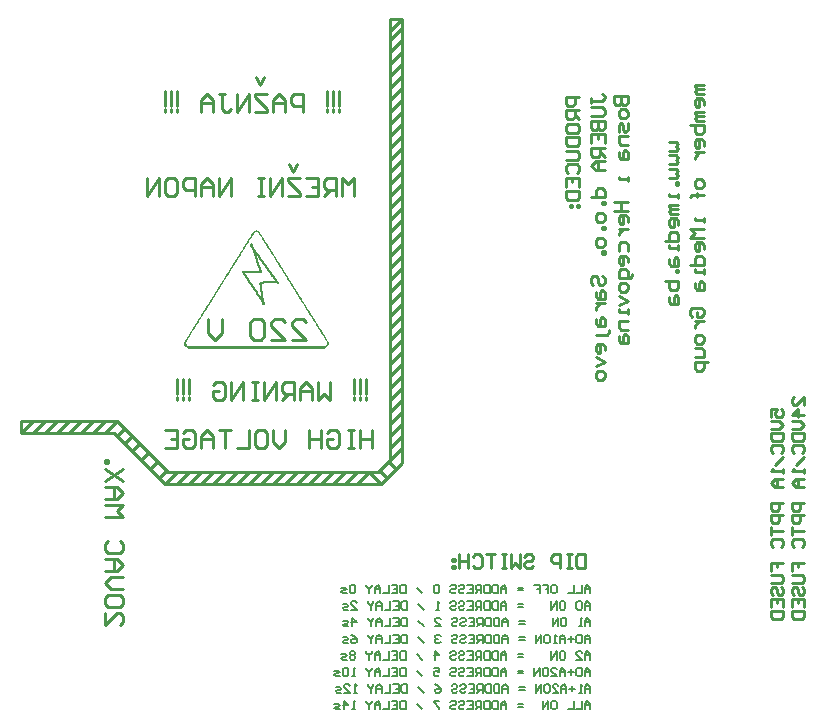
<source format=gbo>
%FSDAX24Y24*%
%MOIN*%
%SFA1B1*%

%IPPOS*%
%ADD14C,0.010000*%
%ADD16C,0.008000*%
%ADD100C,0.005000*%
%LNde-260924-1*%
%LPD*%
G54D100*
X022127Y035301D02*
X022172D01*
Y035286*
X022187*
Y035271*
X022202*
Y035256*
X022217*
Y035241*
X022231*
Y035211*
X022246*
Y035197*
X022261*
Y035167*
X022276*
Y035137*
X022291*
Y035122*
X022306*
Y035092*
X022321*
Y035077*
X022336*
Y035048*
X022351*
Y035033*
X022365*
Y035003*
X022380*
Y034973*
X022395*
Y034958*
X022410*
Y034929*
X022425*
Y034914*
X022440*
Y034884*
X022455*
Y034854*
X022470*
Y034839*
X022485*
Y034810*
X022499*
Y034795*
X022514*
Y034765*
X022529*
Y034735*
X022544*
Y034720*
X022559*
Y034690*
X022574*
Y034676*
X022589*
Y034646*
X022604*
Y034616*
X022618*
Y034601*
X022633*
Y034571*
X022648*
Y034556*
X022663*
Y034527*
X022678*
Y034497*
X022693*
Y034482*
X022708*
Y034452*
X022723*
Y034437*
X022738*
Y034408*
X022752*
Y034378*
X022767*
Y034363*
X022782*
Y034333*
X022797*
Y034318*
X022812*
Y034289*
X022827*
Y034259*
X022842*
Y034244*
X022857*
Y034214*
X022871*
Y034199*
X022886*
Y034169*
X022901*
Y034140*
X022916*
Y034125*
X022931*
Y034095*
X022946*
Y034080*
X022961*
Y034050*
X022976*
Y034021*
X022991*
Y034006*
X023005*
Y033976*
X023020*
Y033961*
X023035*
Y033931*
X023050*
Y033916*
X023065*
Y033887*
X023080*
Y033857*
X023095*
Y033842*
X023110*
Y033812*
X023125*
Y033797*
X023139*
Y033768*
X023154*
Y033738*
X023169*
Y033723*
X023184*
Y033693*
X023199*
Y033678*
X023214*
Y033649*
X023229*
Y033619*
X023244*
Y033604*
X023259*
Y033574*
X023273*
Y033559*
X023288*
Y033529*
X023303*
Y033500*
X023318*
Y033485*
X023333*
Y033455*
X023348*
Y033440*
X023363*
Y033410*
X023378*
Y033381*
X023392*
Y033366*
X023407*
Y033336*
X023422*
Y033321*
X023437*
Y033291*
X023452*
Y033262*
X023467*
Y033247*
X023482*
Y033217*
X023497*
Y033202*
X023512*
Y033172*
X023526*
Y033142*
X023541*
Y033128*
X023556*
Y033098*
X023571*
Y033083*
X023586*
Y033053*
X023601*
Y033023*
X023616*
Y033008*
X023631*
Y032979*
X023645*
Y032964*
X023660*
Y032934*
X023675*
Y032904*
X023690*
Y032889*
X023705*
Y032860*
X023720*
Y032845*
X023735*
Y032815*
X023750*
Y032785*
X023765*
Y032770*
X023779*
Y032741*
X023794*
Y032726*
X023809*
Y032696*
X023824*
Y032666*
X023839*
Y032651*
X023854*
Y032621*
X023869*
Y032607*
X023884*
Y032577*
X023899*
Y032547*
X023913*
Y032532*
X023928*
Y032502*
X023943*
Y032488*
X023958*
Y032458*
X023973*
Y032428*
X023988*
Y032413*
X024003*
Y032383*
X024018*
Y032368*
X024033*
Y032339*
X024047*
Y032324*
X024062*
Y032294*
X024077*
Y032264*
X024092*
Y032249*
X024107*
Y032220*
X024122*
Y032205*
X024137*
Y032175*
X024152*
Y032145*
X024166*
Y032130*
X024181*
Y032101*
X024196*
Y032086*
X024211*
Y032056*
X024226*
Y032026*
X024241*
Y032011*
X024256*
Y031981*
X024271*
Y031967*
X024286*
Y031937*
X024300*
Y031907*
X024315*
Y031892*
X024330*
Y031862*
X024345*
Y031847*
X024360*
Y031818*
X024375*
Y031788*
X024390*
Y031773*
X024405*
Y031743*
X024420*
Y031728*
X024434*
Y031699*
X024449*
Y031669*
X024464*
Y031654*
X024479*
Y031624*
X024494*
Y031555*
X024479*
Y031525*
X024464*
Y031510*
X024449*
Y031496*
X024434*
Y031481*
X024405*
Y031466*
X019825*
Y031481*
X019796*
Y031496*
X019781*
Y031510*
X019766*
Y031540*
X019751*
Y031570*
X019736*
Y031609*
X019751*
Y031639*
X019766*
Y031669*
X019781*
Y031699*
X019796*
Y031714*
X019811*
Y031743*
X019825*
Y031773*
X019840*
Y031788*
X019855*
Y031818*
X019870*
Y031833*
X019885*
Y031862*
X019900*
Y031877*
X019915*
Y031907*
X019930*
Y031937*
X019945*
Y031952*
X019959*
Y031981*
X019974*
Y031996*
X019989*
Y032026*
X020004*
Y032056*
X020019*
Y032071*
X020034*
Y032101*
X020049*
Y032115*
X020064*
Y032145*
X020079*
Y032175*
X020093*
Y032190*
X020108*
Y032220*
X020123*
Y032234*
X020138*
Y032264*
X020153*
Y032294*
X020168*
Y032309*
X020183*
Y032339*
X020198*
Y032354*
X020212*
Y032383*
X020227*
Y032413*
X020242*
Y032428*
X020257*
Y032458*
X020272*
Y032473*
X020287*
Y032502*
X020302*
Y032532*
X020317*
Y032547*
X020332*
Y032577*
X020346*
Y032592*
X020361*
Y032621*
X020376*
Y032651*
X020391*
Y032666*
X020406*
Y032696*
X020421*
Y032711*
X020436*
Y032741*
X020451*
Y032770*
X020466*
Y032785*
X020480*
Y032815*
X020495*
Y032830*
X020510*
Y032860*
X020525*
Y032875*
X020540*
Y032904*
X020555*
Y032934*
X020570*
Y032949*
X020585*
Y032979*
X020599*
Y032994*
X020614*
Y033023*
X020629*
Y033053*
X020644*
Y033068*
X020659*
Y033098*
X020674*
Y033128*
X020689*
Y033142*
X020704*
Y033172*
X020719*
Y033187*
X020733*
Y033217*
X020748*
Y033232*
X020763*
Y033262*
X020778*
Y033291*
X020793*
Y033306*
X020808*
Y033336*
X020823*
Y033351*
X020838*
Y033381*
X020853*
Y033410*
X020867*
Y033425*
X020882*
Y033455*
X020897*
Y033470*
X020912*
Y033500*
X020927*
Y033529*
X020942*
Y033544*
X020957*
Y033574*
X020972*
Y033589*
X020986*
Y033619*
X021001*
Y033649*
X021016*
Y033663*
X021031*
Y033693*
X021046*
Y033708*
X021061*
Y033738*
X021076*
Y033768*
X021091*
Y033782*
X021106*
Y033812*
X021120*
Y033827*
X021135*
Y033857*
X021150*
Y033887*
X021165*
Y033902*
X021180*
Y033931*
X021195*
Y033946*
X021210*
Y033976*
X021225*
Y033991*
X021240*
Y034021*
X021254*
Y034050*
X021269*
Y034065*
X021284*
Y034095*
X021299*
Y034125*
X021314*
Y034140*
X021329*
Y034169*
X021344*
Y034184*
X021359*
Y034214*
X021373*
Y034244*
X021388*
Y034259*
X021403*
Y034289*
X021418*
Y034303*
X021433*
Y034333*
X021448*
Y034348*
X021463*
Y034378*
X021478*
Y034408*
X021493*
Y034423*
X021507*
Y034452*
X021522*
Y034482*
X021537*
Y034497*
X021552*
Y034527*
X021567*
Y034542*
X021582*
Y034571*
X021597*
Y034586*
X021612*
Y034616*
X021627*
Y034646*
X021641*
Y034661*
X021656*
Y034690*
X021671*
Y034705*
X021686*
Y034735*
X021701*
Y034765*
X021716*
Y034780*
X021731*
Y034810*
X021746*
Y034824*
X021760*
Y034854*
X021775*
Y034884*
X021790*
Y034899*
X021805*
Y034929*
X021820*
Y034944*
X021835*
Y034973*
X021850*
Y035003*
X021865*
Y035018*
X021880*
Y035048*
X021894*
Y035063*
X021909*
Y035092*
X021924*
Y035122*
X021939*
Y035137*
X021954*
Y035167*
X021969*
Y035182*
X021984*
Y035211*
X021999*
Y035241*
X022014*
Y035256*
X022028*
Y035271*
X022043*
Y035286*
X022058*
Y035301*
X022103*
Y035316*
X022127*
Y035301*
G54D14*
X022077Y035251D02*
X022122D01*
Y035236*
X022137*
Y035221*
X022152*
Y035206*
X022167*
Y035191*
X022181*
Y035161*
X022196*
Y035147*
X022211*
Y035117*
X022226*
Y035087*
X022241*
Y035072*
X022256*
Y035042*
X022271*
Y035027*
X022286*
Y034998*
X022301*
Y034983*
X022315*
Y034953*
X022330*
Y034923*
X022345*
Y034908*
X022360*
Y034879*
X022375*
Y034864*
X022390*
Y034834*
X022405*
Y034804*
X022420*
Y034789*
X022435*
Y034760*
X022449*
Y034745*
X022464*
Y034715*
X022479*
Y034685*
X022494*
Y034670*
X022509*
Y034640*
X022524*
Y034626*
X022539*
Y034596*
X022554*
Y034566*
X022568*
Y034551*
X022583*
Y034521*
X022598*
Y034506*
X022613*
Y034477*
X022628*
Y034447*
X022643*
Y034432*
X022658*
Y034402*
X022673*
Y034387*
X022688*
Y034358*
X022702*
Y034328*
X022717*
Y034313*
X022732*
Y034283*
X022747*
Y034268*
X022762*
Y034239*
X022777*
Y034209*
X022792*
Y034194*
X022807*
Y034164*
X022821*
Y034149*
X022836*
Y034119*
X022851*
Y034090*
X022866*
Y034075*
X022881*
Y034045*
X022896*
Y034030*
X022911*
Y034000*
X022926*
Y033971*
X022941*
Y033956*
X022955*
Y033926*
X022970*
Y033911*
X022985*
Y033881*
X023000*
Y033866*
X023015*
Y033837*
X023030*
Y033807*
X023045*
Y033792*
X023060*
Y033762*
X023075*
Y033747*
X023089*
Y033718*
X023104*
Y033688*
X023119*
Y033673*
X023134*
Y033643*
X023149*
Y033628*
X023164*
Y033599*
X023179*
Y033569*
X023194*
Y033554*
X023209*
Y033524*
X023223*
Y033509*
X023238*
Y033479*
X023253*
Y033450*
X023268*
Y033435*
X023283*
Y033405*
X023298*
Y033390*
X023313*
Y033360*
X023328*
Y033331*
X023342*
Y033316*
X023357*
Y033286*
X023372*
Y033271*
X023387*
Y033241*
X023402*
Y033212*
X023417*
Y033197*
X023432*
Y033167*
X023447*
Y033152*
X023462*
Y033122*
X023476*
Y033092*
X023491*
Y033078*
X023506*
Y033048*
X023521*
Y033033*
X023536*
Y033003*
X023551*
Y032973*
X023566*
Y032958*
X023581*
Y032929*
X023595*
Y032914*
X023610*
Y032884*
X023625*
Y032854*
X023640*
Y032839*
X023655*
Y032810*
X023670*
Y032795*
X023685*
Y032765*
X023700*
Y032735*
X023715*
Y032720*
X023729*
Y032691*
X023744*
Y032676*
X023759*
Y032646*
X023774*
Y032616*
X023789*
Y032601*
X023804*
Y032571*
X023819*
Y032557*
X023834*
Y032527*
X023849*
Y032497*
X023863*
Y032482*
X023878*
Y032452*
X023893*
Y032438*
X023908*
Y032408*
X023923*
Y032378*
X023938*
Y032363*
X023953*
Y032333*
X023968*
Y032318*
X023983*
Y032289*
X023997*
Y032274*
X024012*
Y032244*
X024027*
Y032214*
X024042*
Y032199*
X024057*
Y032170*
X024072*
Y032155*
X024087*
Y032125*
X024102*
Y032095*
X024116*
Y032080*
X024131*
Y032051*
X024146*
Y032036*
X024161*
Y032006*
X024176*
Y031976*
X024191*
Y031961*
X024206*
Y031931*
X024221*
Y031917*
X024236*
Y031887*
X024250*
Y031857*
X024265*
Y031842*
X024280*
Y031812*
X024295*
Y031797*
X024310*
Y031768*
X024325*
Y031738*
X024340*
Y031723*
X024355*
Y031693*
X024370*
Y031678*
X024384*
Y031649*
X024399*
Y031619*
X024414*
Y031604*
X024429*
Y031574*
X024444*
Y031605*
X024429*
Y031575*
X024414*
Y031560*
X024399*
Y031546*
X024384*
Y031531*
X024355*
Y031516*
X019875*
Y031531*
X019846*
Y031546*
X019831*
Y031560*
X019816*
Y031590*
X019801*
Y031620*
X019786*
Y031559*
X019801*
Y031589*
X019816*
Y031619*
X019831*
Y031649*
X019846*
Y031664*
X019861*
Y031693*
X019875*
Y031723*
X019890*
Y031738*
X019905*
Y031768*
X019920*
Y031783*
X019935*
Y031812*
X019950*
Y031827*
X019965*
Y031857*
X019980*
Y031887*
X019995*
Y031902*
X020009*
Y031931*
X020024*
Y031946*
X020039*
Y031976*
X020054*
Y032006*
X020069*
Y032021*
X020084*
Y032051*
X020099*
Y032065*
X020114*
Y032095*
X020129*
Y032125*
X020143*
Y032140*
X020158*
Y032170*
X020173*
Y032184*
X020188*
Y032214*
X020203*
Y032244*
X020218*
Y032259*
X020233*
Y032289*
X020248*
Y032304*
X020262*
Y032333*
X020277*
Y032363*
X020292*
Y032378*
X020307*
Y032408*
X020322*
Y032423*
X020337*
Y032452*
X020352*
Y032482*
X020367*
Y032497*
X020382*
Y032527*
X020396*
Y032542*
X020411*
Y032571*
X020426*
Y032601*
X020441*
Y032616*
X020456*
Y032646*
X020471*
Y032661*
X020486*
Y032691*
X020501*
Y032720*
X020516*
Y032735*
X020530*
Y032765*
X020545*
Y032780*
X020560*
Y032810*
X020575*
Y032825*
X020590*
Y032854*
X020605*
Y032884*
X020620*
Y032899*
X020635*
Y032929*
X020649*
Y032944*
X020664*
Y032973*
X020679*
Y033003*
X020694*
Y033018*
X020709*
Y033048*
X020724*
Y033078*
X020739*
Y033092*
X020754*
Y033122*
X020769*
Y033137*
X020783*
Y033167*
X020798*
Y033182*
X020813*
Y033212*
X020828*
Y033241*
X020843*
Y033256*
X020858*
Y033286*
X020873*
Y033301*
X020888*
Y033331*
X020903*
Y033360*
X020917*
Y033375*
X020932*
Y033405*
X020947*
Y033420*
X020962*
Y033450*
X020977*
Y033479*
X020992*
Y033494*
X021007*
Y033524*
X021022*
Y033539*
X021036*
Y033569*
X021051*
Y033599*
X021066*
Y033613*
X021081*
Y033643*
X021096*
Y033658*
X021111*
Y033688*
X021126*
Y033718*
X021141*
Y033732*
X021156*
Y033762*
X021170*
Y033777*
X021185*
Y033807*
X021200*
Y033837*
X021215*
Y033852*
X021230*
Y033881*
X021245*
Y033896*
X021260*
Y033926*
X021275*
Y033941*
X021290*
Y033971*
X021304*
Y034000*
X021319*
Y034015*
X021334*
Y034045*
X021349*
Y034075*
X021364*
Y034090*
X021379*
Y034119*
X021394*
Y034134*
X021409*
Y034164*
X021423*
Y034194*
X021438*
Y034209*
X021453*
Y034239*
X021468*
Y034253*
X021483*
Y034283*
X021498*
Y034298*
X021513*
Y034328*
X021528*
Y034358*
X021543*
Y034373*
X021557*
Y034402*
X021572*
Y034432*
X021587*
Y034447*
X021602*
Y034477*
X021617*
Y034492*
X021632*
Y034521*
X021647*
Y034536*
X021662*
Y034566*
X021677*
Y034596*
X021691*
Y034611*
X021706*
Y034640*
X021721*
Y034655*
X021736*
Y034685*
X021751*
Y034715*
X021766*
Y034730*
X021781*
Y034760*
X021796*
Y034774*
X021810*
Y034804*
X021825*
Y034834*
X021840*
Y034849*
X021855*
Y034879*
X021870*
Y034894*
X021885*
Y034923*
X021900*
Y034953*
X021915*
Y034968*
X021930*
Y034998*
X021944*
Y035013*
X021959*
Y035042*
X021974*
Y035072*
X021989*
Y035087*
X022004*
Y035117*
X022019*
Y035132*
X022034*
Y035161*
X022049*
Y035191*
X022064*
Y035206*
X022078*
Y035221*
X022093*
Y035236*
X022108*
Y035251*
X022153*
Y035266*
X022077*
Y035251*
X019800Y031570D02*
X019790D01*
X019840D02*
X024440D01*
X019880Y031670D02*
X024370D01*
X019940Y031770D02*
X024290D01*
X020000Y031870D02*
X024230D01*
X020060Y031970D02*
X024170D01*
X020120Y032070D02*
X024110D01*
X020180Y032170D02*
X024050D01*
X020240Y032270D02*
X023990D01*
X020300Y032370D02*
X023930D01*
X020360Y032470D02*
X023870D01*
X020440Y032570D02*
X023790D01*
X020500Y032670D02*
X023750D01*
X020560Y032770D02*
X023670D01*
X020620Y032870D02*
X023610D01*
X020700Y032970D02*
X023530D01*
X020740Y033070D02*
X023490D01*
X020820Y033170D02*
X023410D01*
X020880Y033270D02*
X023350D01*
X020940Y033370D02*
X023290D01*
X021000Y033470D02*
X023230D01*
X021060Y033570D02*
X023170D01*
X021120Y033670D02*
X023110D01*
X021180Y033770D02*
X023050D01*
X021240Y033870D02*
X022990D01*
X021320Y033970D02*
X022910D01*
X021380Y034070D02*
X022850D01*
X021440Y034170D02*
X022790D01*
X021500Y034270D02*
X022730D01*
X021580Y034370D02*
X022670D01*
X021620Y034470D02*
X022610D01*
X021700Y034570D02*
X022530D01*
X021760Y034670D02*
X022470D01*
X021820Y034770D02*
X022410D01*
X021860Y034870D02*
X022350D01*
X021940Y034970D02*
X022290D01*
X022000Y035070D02*
X022230D01*
X022060Y035170D02*
X022170D01*
G54D100*
X021730Y033870D02*
Y033940D01*
X021780Y033810D02*
Y033940D01*
X021830Y033720D02*
Y033940D01*
X021880Y033650D02*
Y033940D01*
X021930Y033590D02*
Y033940D01*
Y034850D02*
Y034870D01*
X021980Y033500D02*
Y033940D01*
Y034790D02*
D01*
X022030Y033430D02*
Y033940D01*
Y034680D02*
Y034710D01*
X022080Y033370D02*
Y033940D01*
Y034540D02*
Y034620D01*
X022130Y033280D02*
Y033940D01*
Y034350D02*
Y034560D01*
X022180Y033200D02*
Y033940D01*
Y034210D02*
Y034500D01*
X022230Y033140D02*
Y033940D01*
Y034080D02*
Y034410D01*
X022280Y033050D02*
Y033310D01*
Y033620D02*
Y034350D01*
X022330Y032970D02*
Y032960D01*
Y033630D02*
Y034290D01*
X022380Y033630D02*
Y034200D01*
X022430Y033630D02*
Y034140D01*
X022480Y033630D02*
Y034070D01*
X022530Y033630D02*
Y034000D01*
X022580Y033630D02*
Y033940D01*
X022630Y033630D02*
Y033860D01*
X022680Y033630D02*
Y033800D01*
X022730Y033630D02*
Y033730D01*
X022780Y033630D02*
Y033650D01*
X022830Y033610D02*
D01*
%LNde-260924-2*%
%LPC*%
G36*
X022167Y035281D02*
X022078D01*
Y035266*
X022048*
Y035251*
X022033*
Y035222*
X022018*
Y035207*
X022003*
Y035177*
X021989*
Y035162*
X021974*
Y035132*
X021959*
Y035102*
X021944*
Y035088*
X021929*
Y035058*
X021914*
Y035043*
X021899*
Y035013*
X021884*
Y034983*
X021869*
Y034969*
X021855*
Y034939*
X021840*
Y034924*
X021825*
Y034894*
X021810*
Y034864*
X021795*
Y034849*
X021780*
Y034820*
X021765*
Y034805*
X021750*
Y034775*
X021735*
Y034745*
X021721*
Y034730*
X021706*
Y034701*
X021691*
Y034686*
X021676*
Y034656*
X021661*
Y034626*
X021646*
Y034611*
X021631*
Y034581*
X021616*
Y034567*
X021602*
Y034537*
X021587*
Y034507*
X021572*
Y034492*
X021557*
Y034462*
X021542*
Y034448*
X021527*
Y034418*
X021512*
Y034388*
X021497*
Y034373*
X021482*
Y034343*
X021468*
Y034328*
X021453*
Y034299*
X021438*
Y034269*
X021423*
Y034254*
X021408*
Y034224*
X021393*
Y034209*
X021378*
Y034180*
X021363*
Y034165*
X021348*
Y034135*
X021334*
Y034105*
X021319*
Y034090*
X021304*
Y034061*
X021289*
Y034046*
X021274*
Y034016*
X021259*
Y033986*
X021244*
Y033971*
X021229*
Y033941*
X021215*
Y033927*
X021200*
Y033897*
X021185*
Y033867*
X021170*
Y033852*
X021155*
Y033822*
X021140*
Y033807*
X021125*
Y033778*
X021110*
Y033748*
X021095*
Y033733*
X021081*
Y033703*
X021066*
Y033688*
X021051*
Y033659*
X021036*
Y033629*
X021021*
Y033614*
X021006*
Y033584*
X020991*
Y033569*
X020976*
Y033540*
X020961*
Y033510*
X020947*
Y033495*
X020932*
Y033465*
X020917*
Y033450*
X020902*
Y033420*
X020887*
Y033406*
X020872*
Y033376*
X020857*
Y033346*
X020842*
Y033331*
X020828*
Y033301*
X020813*
Y033272*
X020798*
Y033257*
X020783*
Y033227*
X020768*
Y033212*
X020753*
Y033182*
X020738*
Y033153*
X020723*
Y033138*
X020708*
Y033108*
X020694*
Y033093*
X020679*
Y033063*
X020664*
Y033033*
X020649*
Y033019*
X020634*
Y032989*
X020619*
Y032974*
X020604*
Y032944*
X020589*
Y032929*
X020574*
Y032900*
X020560*
Y032870*
X020545*
Y032855*
X020530*
Y032825*
X020515*
Y032795*
X020500*
Y032780*
X020485*
Y032751*
X020470*
Y032736*
X020455*
Y032706*
X020441*
Y032676*
X020426*
Y032661*
X020411*
Y032632*
X020396*
Y032617*
X020381*
Y032587*
X020366*
Y032572*
X020351*
Y032542*
X020336*
Y032513*
X020321*
Y032498*
X020307*
Y032468*
X020292*
Y032453*
X020277*
Y032423*
X020262*
Y032393*
X020247*
Y032379*
X020232*
Y032349*
X020217*
Y032334*
X020202*
Y032304*
X020187*
Y032274*
X020173*
Y032259*
X020158*
Y032230*
X020143*
Y032215*
X020128*
Y032185*
X020113*
Y032155*
X020098*
Y032140*
X020083*
Y032111*
X020068*
Y032096*
X020054*
Y032066*
X020039*
Y032036*
X020024*
Y032021*
X020009*
Y031992*
X019994*
Y031977*
X019979*
Y031947*
X019964*
Y031917*
X019949*
Y031902*
X019934*
Y031872*
X019920*
Y031858*
X019905*
Y031828*
X019890*
Y031798*
X019875*
Y031783*
X019860*
Y031753*
X019845*
Y031739*
X019830*
Y031709*
X019815*
Y031679*
X019800*
Y031664*
X019786*
Y031634*
X019771*
Y031545*
X019786*
Y031515*
X019800*
Y031500*
X019845*
Y031485*
X024400*
Y031500*
X024430*
Y031515*
X024445*
Y031530*
X024459*
Y031575*
X024474*
Y031590*
X024459*
Y031649*
X024445*
Y031664*
X024430*
Y031694*
X024415*
Y031709*
X024400*
Y031739*
X024385*
Y031768*
X024370*
Y031783*
X024355*
Y031813*
X024340*
Y031828*
X024325*
Y031858*
X024311*
Y031887*
X024296*
Y031902*
X024281*
Y031932*
X024266*
Y031947*
X024251*
Y031977*
X024236*
Y031992*
X024221*
Y032021*
X024206*
Y032051*
X024191*
Y032066*
X024177*
Y032096*
X024162*
Y032126*
X024147*
Y032140*
X024132*
Y032170*
X024117*
Y032185*
X024102*
Y032215*
X024087*
Y032245*
X024072*
Y032259*
X024058*
Y032289*
X024043*
Y032304*
X024028*
Y032334*
X024013*
Y032364*
X023998*
Y032379*
X023983*
Y032408*
X023968*
Y032423*
X023953*
Y032453*
X023938*
Y032468*
X023924*
Y032498*
X023909*
Y032527*
X023894*
Y032542*
X023879*
Y032572*
X023864*
Y032587*
X023849*
Y032617*
X023834*
Y032646*
X023819*
Y032661*
X023804*
Y032691*
X023790*
Y032706*
X023775*
Y032736*
X023760*
Y032766*
X023745*
Y032780*
X023730*
Y032810*
X023715*
Y032825*
X023700*
Y032855*
X023685*
Y032885*
X023670*
Y032900*
X023656*
Y032929*
X023641*
Y032944*
X023626*
Y032974*
X023611*
Y033004*
X023596*
Y033019*
X023581*
Y033048*
X023566*
Y033063*
X023551*
Y033093*
X023537*
Y033123*
X023522*
Y033138*
X023507*
Y033167*
X023492*
Y033182*
X023477*
Y033212*
X023462*
Y033242*
X023447*
Y033257*
X023432*
Y033287*
X023417*
Y033301*
X023403*
Y033331*
X023388*
Y033346*
X023373*
Y033376*
X023358*
Y033406*
X023343*
Y033420*
X023328*
Y033450*
X023313*
Y033465*
X023298*
Y033495*
X023284*
Y033525*
X023269*
Y033540*
X023254*
Y033569*
X023239*
Y033599*
X023224*
Y033614*
X023209*
Y033644*
X023194*
Y033659*
X023179*
Y033688*
X023164*
Y033703*
X023150*
Y033733*
X023135*
Y033763*
X023120*
Y033778*
X023105*
Y033807*
X023090*
Y033822*
X023075*
Y033852*
X023060*
Y033882*
X023045*
Y033897*
X023030*
Y033927*
X023016*
Y033941*
X023001*
Y033971*
X022986*
Y034001*
X022971*
Y034016*
X022956*
Y034046*
X022941*
Y034061*
X022926*
Y034090*
X022911*
Y034120*
X022896*
Y034135*
X022882*
Y034165*
X022867*
Y034180*
X022852*
Y034209*
X022837*
Y034239*
X022822*
Y034254*
X022807*
Y034284*
X022792*
Y034299*
X022777*
Y034328*
X022763*
Y034358*
X022748*
Y034373*
X022733*
Y034403*
X022718*
Y034418*
X022703*
Y034448*
X022688*
Y034477*
X022673*
Y034492*
X022658*
Y034522*
X022643*
Y034537*
X022629*
Y034567*
X022614*
Y034596*
X022599*
Y034611*
X022584*
Y034641*
X022569*
Y034656*
X022554*
Y034686*
X022539*
Y034715*
X022524*
Y034730*
X022510*
Y034760*
X022495*
Y034775*
X022480*
Y034805*
X022465*
Y034835*
X022450*
Y034849*
X022435*
Y034879*
X022420*
Y034894*
X022405*
Y034924*
X022390*
Y034939*
X022376*
Y034969*
X022361*
Y034998*
X022346*
Y035013*
X022331*
Y035043*
X022316*
Y035058*
X022301*
Y035088*
X022286*
Y035117*
X022271*
Y035132*
X022256*
Y035162*
X022242*
Y035192*
X022227*
Y035207*
X022212*
Y035236*
X022197*
Y035251*
X022182*
Y035266*
X022167*
Y035281*
G37*
%LNde-260924-3*%
%LPD*%
G54D14*
X019841Y031465D02*
X024379D01*
X025875Y027299D02*
X026275Y026899D01*
X026247Y027327D02*
X026472Y027102D01*
X026547Y027627D02*
X026772Y027402D01*
X018877Y027099D02*
X019102Y027324D01*
X018577Y027399D02*
X018802Y027624D01*
X018277Y027699D02*
X018502Y027924D01*
X017977Y027999D02*
X018202Y028224D01*
X017748Y028273D02*
X017973Y028498D01*
X017473D02*
X017723Y028748D01*
X026573Y041998D02*
X026973Y042398D01*
X026573Y041698D02*
X026973Y042098D01*
X026573Y041298D02*
X026973Y041698D01*
X026573Y040898D02*
X026973Y041298D01*
X026573Y040498D02*
X026973Y040898D01*
X026573Y040098D02*
X026973Y040498D01*
X026573Y039698D02*
X026973Y040098D01*
X026573Y039298D02*
X026973Y039698D01*
X026573Y038898D02*
X026973Y039298D01*
X026573Y038498D02*
X026973Y038898D01*
X026573Y038098D02*
X026973Y038498D01*
X026573Y037698D02*
X026973Y038098D01*
X026573Y037298D02*
X026973Y037698D01*
X026573Y036898D02*
X026973Y037298D01*
X026573Y036498D02*
X026973Y036898D01*
X026573Y036098D02*
X026973Y036498D01*
X026573Y035698D02*
X026973Y036098D01*
X026573Y035298D02*
X026973Y035698D01*
X026573Y034898D02*
X026973Y035298D01*
X026573Y034498D02*
X026973Y034898D01*
X026573Y034098D02*
X026973Y034498D01*
X026573Y033698D02*
X026973Y034098D01*
X026573Y033298D02*
X026973Y033698D01*
X026573Y032898D02*
X026973Y033298D01*
X026573Y032498D02*
X026973Y032898D01*
X026573Y032098D02*
X026973Y032498D01*
X026573Y031698D02*
X026973Y032098D01*
X026573Y031298D02*
X026973Y031698D01*
X026573Y030898D02*
X026973Y031298D01*
X026573Y030498D02*
X026973Y030898D01*
X026573Y030098D02*
X026973Y030498D01*
X026573Y029698D02*
X026973Y030098D01*
X026573Y029298D02*
X026973Y029698D01*
X026573Y028898D02*
X026973Y029298D01*
X026573Y028498D02*
X026973Y028898D01*
X026573Y028098D02*
X026973Y028498D01*
X026573Y027698D02*
X026973Y028098D01*
X025473Y026898D02*
X025873Y027298D01*
X025073Y026898D02*
X025473Y027298D01*
X024673Y026898D02*
X025073Y027298D01*
X024273Y026898D02*
X024673Y027298D01*
X023873Y026898D02*
X024273Y027298D01*
X023473Y026898D02*
X023873Y027298D01*
X023073Y026898D02*
X023473Y027298D01*
X022673Y026898D02*
X023073Y027298D01*
X022273Y026898D02*
X022673Y027298D01*
X021873Y026898D02*
X022273Y027298D01*
X021473Y026898D02*
X021873Y027298D01*
X021073Y026898D02*
X021473Y027298D01*
X020673Y026898D02*
X021073Y027298D01*
X020273Y026898D02*
X020673Y027298D01*
X019873Y026898D02*
X020273Y027298D01*
X019473Y026898D02*
X019873Y027298D01*
X019073Y026898D02*
X019473Y027298D01*
X017073Y028598D02*
X017473Y028998D01*
X016673Y028598D02*
X017073Y028998D01*
X016273Y028598D02*
X016673Y028998D01*
X015873Y028598D02*
X016273Y028998D01*
X015073Y028598D02*
X015473Y028998D01*
X014673Y028598D02*
X015073Y028998D01*
X014273Y028598D02*
X014673Y028998D01*
X016273Y028598D02*
X016673D01*
X015823D02*
X015873D01*
X015473D02*
X015873Y028998D01*
X014273Y028598D02*
Y028998D01*
Y028598D02*
X017373D01*
X019073Y026898*
X026273*
X026973Y027598*
Y042398*
X026573D02*
X026973D01*
X026573Y027698D02*
Y042398D01*
X026173Y027298D02*
X026573Y027698D01*
X019173Y027298D02*
X026173D01*
X017473Y028998D02*
X019173Y027298D01*
X014273Y028998D02*
X017473D01*
X023307Y031698D02*
X023773D01*
X023307Y032164*
Y032281*
X023423Y032397*
X023657*
X023773Y032281*
X022607Y031698D02*
X023073D01*
X022607Y032164*
Y032281*
X022724Y032397*
X022957*
X023073Y032281*
X022374D02*
X022257Y032397D01*
X022024*
X021907Y032281*
Y031814*
X022024Y031698*
X022257*
X022374Y031814*
Y032281*
X020974Y032397D02*
Y031931D01*
X020741Y031698*
X020508Y031931*
Y032397*
X039273Y029131D02*
Y029398D01*
X039473*
X039407Y029264*
Y029198*
X039473Y029131*
X039607*
X039673Y029198*
Y029331*
X039607Y029398*
X039273Y028998D02*
X039540D01*
X039673Y028864*
X039540Y028731*
X039273*
Y028598D02*
X039673D01*
Y028398*
X039607Y028331*
X039340*
X039273Y028398*
Y028598*
X039340Y027931D02*
X039273Y027998D01*
Y028131*
X039340Y028198*
X039607*
X039673Y028131*
Y027998*
X039607Y027931*
X039673Y027798D02*
X039407Y027532D01*
X039673Y027398D02*
Y027265D01*
Y027332*
X039273*
X039340Y027398*
X039673Y027065D02*
X039407D01*
X039273Y026932*
X039407Y026798*
X039673*
X039473*
Y027065*
X039673Y026265D02*
X039273D01*
Y026065*
X039340Y025999*
X039473*
X039540Y026065*
Y026265*
X039673Y025865D02*
X039273D01*
Y025666*
X039340Y025599*
X039473*
X039540Y025666*
Y025865*
X039273Y025466D02*
Y025199D01*
Y025332*
X039673*
X039340Y024799D02*
X039273Y024866D01*
Y024999*
X039340Y025066*
X039607*
X039673Y024999*
Y024866*
X039607Y024799*
X039273Y023999D02*
Y024266D01*
X039473*
Y024133*
Y024266*
X039673*
X039273Y023866D02*
X039607D01*
X039673Y023799*
Y023666*
X039607Y023600*
X039273*
X039340Y023200D02*
X039273Y023266D01*
Y023400*
X039340Y023466*
X039407*
X039473Y023400*
Y023266*
X039540Y023200*
X039607*
X039673Y023266*
Y023400*
X039607Y023466*
X039273Y022800D02*
Y023066D01*
X039673*
Y022800*
X039473Y023066D02*
Y022933D01*
X039273Y022666D02*
X039673D01*
Y022467*
X039607Y022400*
X039340*
X039273Y022467*
Y022666*
X040373Y029531D02*
Y029798D01*
X040107Y029531*
X040040*
X039973Y029598*
Y029731*
X040040Y029798*
X040373Y029198D02*
X039973D01*
X040173Y029398*
Y029131*
X039973Y028998D02*
X040240D01*
X040373Y028865*
X040240Y028731*
X039973*
Y028598D02*
X040373D01*
Y028398*
X040307Y028331*
X040040*
X039973Y028398*
Y028598*
X040040Y027932D02*
X039973Y027998D01*
Y028132*
X040040Y028198*
X040307*
X040373Y028132*
Y027998*
X040307Y027932*
X040373Y027798D02*
X040107Y027532D01*
X040373Y027398D02*
Y027265D01*
Y027332*
X039973*
X040040Y027398*
X040373Y027065D02*
X040107D01*
X039973Y026932*
X040107Y026799*
X040373*
X040173*
Y027065*
X040373Y026265D02*
X039973D01*
Y026066*
X040040Y025999*
X040173*
X040240Y026066*
Y026265*
X040373Y025866D02*
X039973D01*
Y025666*
X040040Y025599*
X040173*
X040240Y025666*
Y025866*
X039973Y025466D02*
Y025199D01*
Y025332*
X040373*
X040040Y024799D02*
X039973Y024866D01*
Y024999*
X040040Y025066*
X040307*
X040373Y024999*
Y024866*
X040307Y024799*
X039973Y024000D02*
Y024266D01*
X040173*
Y024133*
Y024266*
X040373*
X039973Y023866D02*
X040307D01*
X040373Y023800*
Y023666*
X040307Y023600*
X039973*
X040040Y023200D02*
X039973Y023266D01*
Y023400*
X040040Y023466*
X040107*
X040173Y023400*
Y023266*
X040240Y023200*
X040307*
X040373Y023266*
Y023400*
X040307Y023466*
X039973Y022800D02*
Y023066D01*
X040373*
Y022800*
X040173Y023066D02*
Y022933D01*
X039973Y022667D02*
X040373D01*
Y022467*
X040307Y022400*
X040040*
X039973Y022467*
Y022667*
X017073Y022598D02*
Y022198D01*
X017473Y022598*
X017573*
X017673Y022498*
Y022298*
X017573Y022198*
Y022797D02*
X017673Y022897D01*
Y023097*
X017573Y023197*
X017173*
X017073Y023097*
Y022897*
X017173Y022797*
X017573*
X017673Y023397D02*
X017273D01*
X017073Y023597*
X017273Y023797*
X017673*
X017073Y023997D02*
X017473D01*
X017673Y024197*
X017473Y024397*
X017073*
X017373*
Y023997*
X017573Y024997D02*
X017673Y024897D01*
Y024697*
X017573Y024597*
X017173*
X017073Y024697*
Y024897*
X017173Y024997*
X017073Y025796D02*
X017673D01*
X017473Y025996*
X017673Y026196*
X017073*
Y026396D02*
X017473D01*
X017673Y026596*
X017473Y026796*
X017073*
X017373*
Y026396*
X017673Y026996D02*
X017073Y027396D01*
X017673D02*
X017073Y026996D01*
Y027596D02*
X017173D01*
Y027696*
X017073*
Y027596*
X032873Y039798D02*
X032423D01*
Y039573*
X032498Y039498*
X032648*
X032723Y039573*
Y039798*
X032873Y039348D02*
X032423D01*
Y039123*
X032498Y039048*
X032648*
X032723Y039123*
Y039348*
Y039198D02*
X032873Y039048D01*
X032423Y038673D02*
Y038823D01*
X032498Y038898*
X032798*
X032873Y038823*
Y038673*
X032798Y038598*
X032498*
X032423Y038673*
Y038448D02*
X032873D01*
Y038223*
X032798Y038148*
X032498*
X032423Y038223*
Y038448*
Y037998D02*
X032798D01*
X032873Y037923*
Y037773*
X032798Y037698*
X032423*
X032498Y037248D02*
X032423Y037323D01*
Y037473*
X032498Y037548*
X032798*
X032873Y037473*
Y037323*
X032798Y037248*
X032423Y036799D02*
Y037099D01*
X032873*
Y036799*
X032648Y037099D02*
Y036949D01*
X032423Y036649D02*
X032873D01*
Y036424*
X032798Y036349*
X032498*
X032423Y036424*
Y036649*
X032573Y036199D02*
Y036124D01*
X032648*
Y036199*
X032573*
X032798D02*
Y036124D01*
X032873*
Y036199*
X032798*
X033273Y039598D02*
Y039748D01*
Y039673*
X033648*
X033723Y039748*
Y039823*
X033648Y039898*
X033273Y039448D02*
X033648D01*
X033723Y039373*
Y039223*
X033648Y039148*
X033273*
Y038998D02*
X033723D01*
Y038773*
X033648Y038698*
X033573*
X033498Y038773*
Y038998*
Y038773*
X033423Y038698*
X033348*
X033273Y038773*
Y038998*
Y038248D02*
Y038548D01*
X033723*
Y038248*
X033498Y038548D02*
Y038398D01*
X033723Y038098D02*
X033273D01*
Y037873*
X033348Y037798*
X033498*
X033573Y037873*
Y038098*
Y037948D02*
X033723Y037798D01*
Y037648D02*
X033423D01*
X033273Y037498*
X033423Y037348*
X033723*
X033498*
Y037648*
X033273Y036449D02*
X033723D01*
Y036674*
X033648Y036749*
X033498*
X033423Y036674*
Y036449*
X033723Y036299D02*
X033648D01*
Y036224*
X033723*
Y036299*
Y035849D02*
Y035699D01*
X033648Y035624*
X033498*
X033423Y035699*
Y035849*
X033498Y035924*
X033648*
X033723Y035849*
Y035474D02*
X033648D01*
Y035399*
X033723*
Y035474*
Y035024D02*
Y034874D01*
X033648Y034799*
X033498*
X033423Y034874*
Y035024*
X033498Y035099*
X033648*
X033723Y035024*
Y034649D02*
X033648D01*
Y034574*
X033723*
Y034649*
X033348Y033525D02*
X033273Y033600D01*
Y033750*
X033348Y033825*
X033423*
X033498Y033750*
Y033600*
X033573Y033525*
X033648*
X033723Y033600*
Y033750*
X033648Y033825*
X033423Y033300D02*
Y033150D01*
X033498Y033075*
X033723*
Y033300*
X033648Y033375*
X033573Y033300*
Y033075*
X033423Y032925D02*
X033723D01*
X033573*
X033498Y032850*
X033423Y032775*
Y032700*
Y032400D02*
Y032250D01*
X033498Y032175*
X033723*
Y032400*
X033648Y032475*
X033573Y032400*
Y032175*
X033873Y032025D02*
Y031950D01*
X033798Y031875*
X033423*
X033723Y031350D02*
Y031500D01*
X033648Y031575*
X033498*
X033423Y031500*
Y031350*
X033498Y031275*
X033573*
Y031575*
X033423Y031125D02*
X033723Y030976D01*
X033423Y030826*
X033723Y030601D02*
Y030451D01*
X033648Y030376*
X033498*
X033423Y030451*
Y030601*
X033498Y030676*
X033648*
X033723Y030601*
X034039Y039832D02*
X034489D01*
Y039607*
X034414Y039532*
X034339*
X034264Y039607*
Y039832*
Y039607*
X034189Y039532*
X034114*
X034039Y039607*
Y039832*
X034489Y039307D02*
Y039158D01*
X034414Y039083*
X034264*
X034189Y039158*
Y039307*
X034264Y039382*
X034414*
X034489Y039307*
Y038933D02*
Y038708D01*
X034414Y038633*
X034339Y038708*
Y038858*
X034264Y038933*
X034189Y038858*
Y038633*
X034489Y038483D02*
X034189D01*
Y038258*
X034264Y038183*
X034489*
X034189Y037958D02*
Y037808D01*
X034264Y037733*
X034489*
Y037958*
X034414Y038033*
X034339Y037958*
Y037733*
X034489Y037133D02*
Y036983D01*
Y037058*
X034189*
Y037133*
X034039Y036308D02*
X034489D01*
X034264*
Y036009*
X034039*
X034489*
Y035634D02*
Y035784D01*
X034414Y035859*
X034264*
X034189Y035784*
Y035634*
X034264Y035559*
X034339*
Y035859*
X034189Y035409D02*
X034489D01*
X034339*
X034264Y035334*
X034189Y035259*
Y035184*
Y034659D02*
Y034884D01*
X034264Y034959*
X034414*
X034489Y034884*
Y034659*
Y034284D02*
Y034434D01*
X034414Y034509*
X034264*
X034189Y034434*
Y034284*
X034264Y034209*
X034339*
Y034509*
X034639Y033909D02*
Y033834D01*
X034564Y033759*
X034189*
Y033984*
X034264Y034059*
X034414*
X034489Y033984*
Y033759*
Y033534D02*
Y033384D01*
X034414Y033309*
X034264*
X034189Y033384*
Y033534*
X034264Y033609*
X034414*
X034489Y033534*
X034189Y033159D02*
X034489Y033009D01*
X034189Y032860*
X034489Y032710D02*
Y032560D01*
Y032635*
X034189*
Y032710*
X034489Y032335D02*
X034189D01*
Y032110*
X034264Y032035*
X034489*
X034189Y031810D02*
Y031660D01*
X034264Y031585*
X034489*
Y031810*
X034414Y031885*
X034339Y031810*
Y031585*
X035873Y038298D02*
X036098D01*
X036173Y038223*
X036098Y038148*
X036173Y038073*
X036098Y037998*
X035873*
Y037848D02*
X036098D01*
X036173Y037773*
X036098Y037698*
X036173Y037623*
X036098Y037548*
X035873*
Y037398D02*
X036098D01*
X036173Y037323*
X036098Y037248*
X036173Y037173*
X036098Y037098*
X035873*
X036173Y036948D02*
X036098D01*
Y036873*
X036173*
Y036948*
Y036573D02*
Y036423D01*
Y036498*
X035873*
Y036573*
X036173Y036198D02*
X035873D01*
Y036123*
X035948Y036048*
X036173*
X035948*
X035873Y035973*
X035948Y035898*
X036173*
Y035524D02*
Y035673D01*
X036098Y035748*
X035948*
X035873Y035673*
Y035524*
X035948Y035449*
X036023*
Y035748*
X035723Y034999D02*
X036173D01*
Y035224*
X036098Y035299*
X035948*
X035873Y035224*
Y034999*
X036173Y034849D02*
Y034699D01*
Y034774*
X035873*
Y034849*
Y034399D02*
Y034249D01*
X035948Y034174*
X036173*
Y034399*
X036098Y034474*
X036023Y034399*
Y034174*
X036173Y034024D02*
X036098D01*
Y033949*
X036173*
Y034024*
X035723Y033649D02*
X036173D01*
Y033424*
X036098Y033349*
X036023*
X035948*
X035873Y033424*
Y033649*
Y033124D02*
Y032974D01*
X035948Y032899*
X036173*
Y033124*
X036098Y033199*
X036023Y033124*
Y032899*
X037023Y040198D02*
X036723D01*
Y040123*
X036798Y040048*
X037023*
X036798*
X036723Y039973*
X036798Y039898*
X037023*
Y039523D02*
Y039673D01*
X036948Y039748*
X036798*
X036723Y039673*
Y039523*
X036798Y039448*
X036873*
Y039748*
X037023Y039298D02*
X036723D01*
Y039223*
X036798Y039148*
X037023*
X036798*
X036723Y039073*
X036798Y038998*
X037023*
X036573Y038848D02*
X037023D01*
Y038623*
X036948Y038548*
X036873*
X036798*
X036723Y038623*
Y038848*
X037023Y038173D02*
Y038323D01*
X036948Y038398*
X036798*
X036723Y038323*
Y038173*
X036798Y038098*
X036873*
Y038398*
X036723Y037948D02*
X037023D01*
X036873*
X036798Y037873*
X036723Y037798*
Y037723*
X037023Y036974D02*
Y036824D01*
X036948Y036749*
X036798*
X036723Y036824*
Y036974*
X036798Y037049*
X036948*
X037023Y036974*
Y036524D02*
X036648D01*
X036798*
Y036599*
Y036449*
Y036524*
X036648*
X036573Y036449*
X037023Y035774D02*
Y035624D01*
Y035699*
X036723*
Y035774*
X037023Y035399D02*
X036573D01*
X036723Y035249*
X036573Y035099*
X037023*
Y034724D02*
Y034874D01*
X036948Y034949*
X036798*
X036723Y034874*
Y034724*
X036798Y034649*
X036873*
Y034949*
X036573Y034200D02*
X037023D01*
Y034425*
X036948Y034499*
X036798*
X036723Y034425*
Y034200*
X037023Y034050D02*
Y033900D01*
Y033975*
X036723*
Y034050*
Y033600D02*
Y033450D01*
X036798Y033375*
X037023*
Y033600*
X036948Y033675*
X036873Y033600*
Y033375*
X036648Y032475D02*
X036573Y032550D01*
Y032700*
X036648Y032775*
X036948*
X037023Y032700*
Y032550*
X036948Y032475*
X036798*
Y032625*
X036723Y032325D02*
X037023D01*
X036873*
X036798Y032250*
X036723Y032175*
Y032100*
X037023Y031800D02*
Y031650D01*
X036948Y031575*
X036798*
X036723Y031650*
Y031800*
X036798Y031875*
X036948*
X037023Y031800*
X036723Y031425D02*
X036948D01*
X037023Y031350*
Y031126*
X036723*
X037173Y030976D02*
X036723D01*
Y030751*
X036798Y030676*
X036948*
X037023Y030751*
Y030976*
X023473Y037564D02*
X023340Y037298D01*
X023207Y037564*
X022373Y040464D02*
X022240Y040198D01*
X022107Y040464*
X024873Y039498D02*
Y039997D01*
Y039398D02*
Y039298D01*
X024673Y039498D02*
Y039997D01*
Y039398D02*
Y039298D01*
X024473Y039498D02*
Y039997D01*
Y039398D02*
Y039298D01*
X023674D02*
Y039897D01*
X023374*
X023274Y039797*
Y039598*
X023374Y039498*
X023674*
X023074Y039298D02*
Y039698D01*
X022874Y039897*
X022674Y039698*
Y039298*
Y039598*
X023074*
X022474Y039897D02*
X022074D01*
Y039797*
X022474Y039398*
Y039298*
X022074*
X021874D02*
Y039897D01*
X021474Y039298*
Y039897*
X020875D02*
X021074D01*
X020974*
Y039398*
X021074Y039298*
X021174*
X021274Y039398*
X020675Y039298D02*
Y039698D01*
X020475Y039897*
X020275Y039698*
Y039298*
Y039598*
X020675*
X019475Y039498D02*
Y039997D01*
Y039398D02*
Y039298D01*
X019275Y039498D02*
Y039997D01*
Y039398D02*
Y039298D01*
X019075Y039498D02*
Y039997D01*
Y039398D02*
Y039298D01*
X025373Y036498D02*
Y037097D01*
X025173Y036898*
X024973Y037097*
Y036498*
X024773D02*
Y037097D01*
X024474*
X024374Y036997*
Y036798*
X024474Y036698*
X024773*
X024573D02*
X024374Y036498D01*
X023774Y037097D02*
X024174D01*
Y036498*
X023774*
X024174Y036798D02*
X023974D01*
X023574Y037097D02*
X023174D01*
Y036997*
X023574Y036598*
Y036498*
X023174*
X022974D02*
Y037097D01*
X022574Y036498*
Y037097*
X022374D02*
X022174D01*
X022274*
Y036498*
X022374*
X022174*
X021275D02*
Y037097D01*
X020875Y036498*
Y037097*
X020675Y036498D02*
Y036898D01*
X020475Y037097*
X020275Y036898*
Y036498*
Y036798*
X020675*
X020075Y036498D02*
Y037097D01*
X019775*
X019675Y036997*
Y036798*
X019775Y036698*
X020075*
X019175Y037097D02*
X019375D01*
X019475Y036997*
Y036598*
X019375Y036498*
X019175*
X019075Y036598*
Y036997*
X019175Y037097*
X018875Y036498D02*
Y037097D01*
X018475Y036498*
Y037097*
X025973Y028697D02*
Y028098D01*
Y028398*
X025573*
Y028697*
Y028098*
X025373Y028697D02*
X025173D01*
X025273*
Y028098*
X025373*
X025173*
X024474Y028597D02*
X024574Y028697D01*
X024774*
X024874Y028597*
Y028198*
X024774Y028098*
X024574*
X024474Y028198*
Y028398*
X024674*
X024274Y028697D02*
Y028098D01*
Y028398*
X023874*
Y028697*
Y028098*
X023074Y028697D02*
Y028298D01*
X022874Y028098*
X022674Y028298*
Y028697*
X022174D02*
X022374D01*
X022474Y028597*
Y028198*
X022374Y028098*
X022174*
X022074Y028198*
Y028597*
X022174Y028697*
X021875D02*
Y028098D01*
X021475*
X021275Y028697D02*
X020875D01*
X021075*
Y028098*
X020675D02*
Y028498D01*
X020475Y028697*
X020275Y028498*
Y028098*
Y028398*
X020675*
X019675Y028597D02*
X019775Y028697D01*
X019975*
X020075Y028597*
Y028198*
X019975Y028098*
X019775*
X019675Y028198*
Y028398*
X019875*
X019075Y028697D02*
X019475D01*
Y028098*
X019075*
X019475Y028398D02*
X019275D01*
X025773Y029898D02*
Y030397D01*
Y029798D02*
Y029698D01*
X025573Y029898D02*
Y030397D01*
Y029798D02*
Y029698D01*
X025373Y029898D02*
Y030397D01*
Y029798D02*
Y029698D01*
X024574Y030297D02*
Y029698D01*
X024374Y029898*
X024174Y029698*
Y030297*
X023974Y029698D02*
Y030098D01*
X023774Y030297*
X023574Y030098*
Y029698*
Y029998*
X023974*
X023374Y029698D02*
Y030297D01*
X023074*
X022974Y030197*
Y029998*
X023074Y029898*
X023374*
X023174D02*
X022974Y029698D01*
X022774D02*
Y030297D01*
X022374Y029698*
Y030297*
X022174D02*
X021974D01*
X022074*
Y029698*
X022174*
X021974*
X021675D02*
Y030297D01*
X021275Y029698*
Y030297*
X020675Y030197D02*
X020775Y030297D01*
X020975*
X021075Y030197*
Y029798*
X020975Y029698*
X020775*
X020675Y029798*
Y029998*
X020875*
X019875Y029898D02*
Y030397D01*
Y029798D02*
Y029698D01*
X019675Y029898D02*
Y030397D01*
Y029798D02*
Y029698D01*
X019475Y029898D02*
Y030397D01*
Y029798D02*
Y029698D01*
X033073Y024547D02*
Y024098D01*
X032848*
X032773Y024173*
Y024473*
X032848Y024547*
X033073*
X032623D02*
X032473D01*
X032548*
Y024098*
X032623*
X032473*
X032248D02*
Y024547D01*
X032024*
X031949Y024473*
Y024323*
X032024Y024248*
X032248*
X031049Y024473D02*
X031124Y024547D01*
X031274*
X031349Y024473*
Y024398*
X031274Y024323*
X031124*
X031049Y024248*
Y024173*
X031124Y024098*
X031274*
X031349Y024173*
X030899Y024547D02*
Y024098D01*
X030749Y024248*
X030599Y024098*
Y024547*
X030449D02*
X030299D01*
X030374*
Y024098*
X030449*
X030299*
X030074Y024547D02*
X029774D01*
X029924*
Y024098*
X029324Y024473D02*
X029399Y024547D01*
X029549*
X029624Y024473*
Y024173*
X029549Y024098*
X029399*
X029324Y024173*
X029174Y024547D02*
Y024098D01*
Y024323*
X028875*
Y024547*
Y024098*
X028725Y024398D02*
X028650D01*
Y024323*
X028725*
Y024398*
Y024173D02*
X028650D01*
Y024098*
X028725*
Y024173*
G54D16*
X033244Y019378D02*
Y019564D01*
X033151Y019658*
X033058Y019564*
Y019378*
Y019518*
X033244*
X032965Y019658D02*
Y019378D01*
X032778*
X032685Y019658D02*
Y019378D01*
X032498*
X031985Y019658D02*
X032078D01*
X032125Y019611*
Y019424*
X032078Y019378*
X031985*
X031938Y019424*
Y019611*
X031985Y019658*
X031845Y019378D02*
Y019658D01*
X031658Y019378*
Y019658*
X031005Y019471D02*
X030819D01*
X031005Y019564D02*
X030819D01*
X030445Y019378D02*
Y019564D01*
X030352Y019658*
X030259Y019564*
Y019378*
Y019518*
X030445*
X030165Y019658D02*
Y019378D01*
X030026*
X029979Y019424*
Y019611*
X030026Y019658*
X030165*
X029886D02*
Y019378D01*
X029746*
X029699Y019424*
Y019611*
X029746Y019658*
X029886*
X029606Y019378D02*
Y019658D01*
X029466*
X029419Y019611*
Y019518*
X029466Y019471*
X029606*
X029512D02*
X029419Y019378D01*
X029139Y019658D02*
X029326D01*
Y019378*
X029139*
X029326Y019518D02*
X029232D01*
X028859Y019611D02*
X028906Y019658D01*
X028999*
X029046Y019611*
Y019564*
X028999Y019518*
X028906*
X028859Y019471*
Y019424*
X028906Y019378*
X028999*
X029046Y019424*
X028579Y019611D02*
X028626Y019658D01*
X028719*
X028766Y019611*
Y019564*
X028719Y019518*
X028626*
X028579Y019471*
Y019424*
X028626Y019378*
X028719*
X028766Y019424*
X028206Y019658D02*
X028020D01*
Y019611*
X028206Y019424*
Y019378*
X027646D02*
X027460Y019564D01*
X027086Y019658D02*
Y019378D01*
X026947*
X026900Y019424*
Y019611*
X026947Y019658*
X027086*
X026620D02*
X026807D01*
Y019378*
X026620*
X026807Y019518D02*
X026713D01*
X026527Y019658D02*
Y019378D01*
X026340*
X026247D02*
Y019564D01*
X026153Y019658*
X026060Y019564*
Y019378*
Y019518*
X026247*
X025967Y019658D02*
Y019611D01*
X025874Y019518*
X025780Y019611*
Y019658*
X025874Y019518D02*
Y019378D01*
X025407D02*
X025314D01*
X025360*
Y019658*
X025407Y019611*
X025034Y019378D02*
Y019658D01*
X025174Y019518*
X024987*
X024894Y019378D02*
X024754D01*
X024707Y019424*
X024754Y019471*
X024847*
X024894Y019518*
X024847Y019564*
X024707*
X033244Y019932D02*
Y020118D01*
X033151Y020212*
X033058Y020118*
Y019932*
Y020072*
X033244*
X032965Y019932D02*
X032871D01*
X032918*
Y020212*
X032965Y020165*
X032731Y020072D02*
X032545D01*
X032638Y020165D02*
Y019978D01*
X032451Y019932D02*
Y020118D01*
X032358Y020212*
X032265Y020118*
Y019932*
Y020072*
X032451*
X031985Y019932D02*
X032171D01*
X031985Y020118*
Y020165*
X032032Y020212*
X032125*
X032171Y020165*
X031752Y020212D02*
X031845D01*
X031892Y020165*
Y019978*
X031845Y019932*
X031752*
X031705Y019978*
Y020165*
X031752Y020212*
X031612Y019932D02*
Y020212D01*
X031425Y019932*
Y020212*
X031052Y020025D02*
X030865D01*
X031052Y020118D02*
X030865D01*
X030492Y019932D02*
Y020118D01*
X030399Y020212*
X030305Y020118*
Y019932*
Y020072*
X030492*
X030212Y020212D02*
Y019932D01*
X030072*
X030026Y019978*
Y020165*
X030072Y020212*
X030212*
X029932D02*
Y019932D01*
X029792*
X029746Y019978*
Y020165*
X029792Y020212*
X029932*
X029652Y019932D02*
Y020212D01*
X029512*
X029466Y020165*
Y020072*
X029512Y020025*
X029652*
X029559D02*
X029466Y019932D01*
X029186Y020212D02*
X029372D01*
Y019932*
X029186*
X029372Y020072D02*
X029279D01*
X028906Y020165D02*
X028953Y020212D01*
X029046*
X029093Y020165*
Y020118*
X029046Y020072*
X028953*
X028906Y020025*
Y019978*
X028953Y019932*
X029046*
X029093Y019978*
X028626Y020165D02*
X028673Y020212D01*
X028766*
X028813Y020165*
Y020118*
X028766Y020072*
X028673*
X028626Y020025*
Y019978*
X028673Y019932*
X028766*
X028813Y019978*
X028066Y020212D02*
X028159Y020165D01*
X028253Y020072*
Y019978*
X028206Y019932*
X028113*
X028066Y019978*
Y020025*
X028113Y020072*
X028253*
X027693Y019932D02*
X027506Y020118D01*
X027133Y020212D02*
Y019932D01*
X026993*
X026947Y019978*
Y020165*
X026993Y020212*
X027133*
X026667D02*
X026853D01*
Y019932*
X026667*
X026853Y020072D02*
X026760D01*
X026573Y020212D02*
Y019932D01*
X026387*
X026293D02*
Y020118D01*
X026200Y020212*
X026107Y020118*
Y019932*
Y020072*
X026293*
X026014Y020212D02*
Y020165D01*
X025920Y020072*
X025827Y020165*
Y020212*
X025920Y020072D02*
Y019932D01*
X025454D02*
X025360D01*
X025407*
Y020212*
X025454Y020165*
X025034Y019932D02*
X025220D01*
X025034Y020118*
Y020165*
X025080Y020212*
X025174*
X025220Y020165*
X024941Y019932D02*
X024801D01*
X024754Y019978*
X024801Y020025*
X024894*
X024941Y020072*
X024894Y020118*
X024754*
X033244Y020486D02*
Y020673D01*
X033151Y020766*
X033058Y020673*
Y020486*
Y020626*
X033244*
X032965Y020719D02*
X032918Y020766D01*
X032825*
X032778Y020719*
Y020533*
X032825Y020486*
X032918*
X032965Y020533*
Y020719*
X032685Y020626D02*
X032498D01*
X032591Y020719D02*
Y020533D01*
X032405Y020486D02*
Y020673D01*
X032311Y020766*
X032218Y020673*
Y020486*
Y020626*
X032405*
X031938Y020486D02*
X032125D01*
X031938Y020673*
Y020719*
X031985Y020766*
X032078*
X032125Y020719*
X031705Y020766D02*
X031798D01*
X031845Y020719*
Y020533*
X031798Y020486*
X031705*
X031658Y020533*
Y020719*
X031705Y020766*
X031565Y020486D02*
Y020766D01*
X031378Y020486*
Y020766*
X031005Y020579D02*
X030819D01*
X031005Y020673D02*
X030819D01*
X030445Y020486D02*
Y020673D01*
X030352Y020766*
X030259Y020673*
Y020486*
Y020626*
X030445*
X030165Y020766D02*
Y020486D01*
X030026*
X029979Y020533*
Y020719*
X030026Y020766*
X030165*
X029886D02*
Y020486D01*
X029746*
X029699Y020533*
Y020719*
X029746Y020766*
X029886*
X029606Y020486D02*
Y020766D01*
X029466*
X029419Y020719*
Y020626*
X029466Y020579*
X029606*
X029512D02*
X029419Y020486D01*
X029139Y020766D02*
X029326D01*
Y020486*
X029139*
X029326Y020626D02*
X029232D01*
X028859Y020719D02*
X028906Y020766D01*
X028999*
X029046Y020719*
Y020673*
X028999Y020626*
X028906*
X028859Y020579*
Y020533*
X028906Y020486*
X028999*
X029046Y020533*
X028579Y020719D02*
X028626Y020766D01*
X028719*
X028766Y020719*
Y020673*
X028719Y020626*
X028626*
X028579Y020579*
Y020533*
X028626Y020486*
X028719*
X028766Y020533*
X028020Y020766D02*
X028206D01*
Y020626*
X028113Y020673*
X028066*
X028020Y020626*
Y020533*
X028066Y020486*
X028159*
X028206Y020533*
X027646Y020486D02*
X027460Y020673D01*
X027086Y020766D02*
Y020486D01*
X026947*
X026900Y020533*
Y020719*
X026947Y020766*
X027086*
X026620D02*
X026807D01*
Y020486*
X026620*
X026807Y020626D02*
X026713D01*
X026527Y020766D02*
Y020486D01*
X026340*
X026247D02*
Y020673D01*
X026153Y020766*
X026060Y020673*
Y020486*
Y020626*
X026247*
X025967Y020766D02*
Y020719D01*
X025874Y020626*
X025780Y020719*
Y020766*
X025874Y020626D02*
Y020486D01*
X025407D02*
X025314D01*
X025360*
Y020766*
X025407Y020719*
X025174D02*
X025127Y020766D01*
X025034*
X024987Y020719*
Y020533*
X025034Y020486*
X025127*
X025174Y020533*
Y020719*
X024894Y020486D02*
X024754D01*
X024707Y020533*
X024754Y020579*
X024847*
X024894Y020626*
X024847Y020673*
X024707*
X033244Y021040D02*
Y021227D01*
X033151Y021320*
X033058Y021227*
Y021040*
Y021180*
X033244*
X032778Y021040D02*
X032965D01*
X032778Y021227*
Y021273*
X032825Y021320*
X032918*
X032965Y021273*
X032265Y021320D02*
X032358D01*
X032405Y021273*
Y021087*
X032358Y021040*
X032265*
X032218Y021087*
Y021273*
X032265Y021320*
X032125Y021040D02*
Y021320D01*
X031938Y021040*
Y021320*
X031005Y021133D02*
X030819D01*
X031005Y021227D02*
X030819D01*
X030445Y021040D02*
Y021227D01*
X030352Y021320*
X030259Y021227*
Y021040*
Y021180*
X030445*
X030165Y021320D02*
Y021040D01*
X030026*
X029979Y021087*
Y021273*
X030026Y021320*
X030165*
X029886D02*
Y021040D01*
X029746*
X029699Y021087*
Y021273*
X029746Y021320*
X029886*
X029606Y021040D02*
Y021320D01*
X029466*
X029419Y021273*
Y021180*
X029466Y021133*
X029606*
X029512D02*
X029419Y021040D01*
X029139Y021320D02*
X029326D01*
Y021040*
X029139*
X029326Y021180D02*
X029232D01*
X028859Y021273D02*
X028906Y021320D01*
X028999*
X029046Y021273*
Y021227*
X028999Y021180*
X028906*
X028859Y021133*
Y021087*
X028906Y021040*
X028999*
X029046Y021087*
X028579Y021273D02*
X028626Y021320D01*
X028719*
X028766Y021273*
Y021227*
X028719Y021180*
X028626*
X028579Y021133*
Y021087*
X028626Y021040*
X028719*
X028766Y021087*
X028066Y021040D02*
Y021320D01*
X028206Y021180*
X028020*
X027646Y021040D02*
X027460Y021227D01*
X027086Y021320D02*
Y021040D01*
X026947*
X026900Y021087*
Y021273*
X026947Y021320*
X027086*
X026620D02*
X026807D01*
Y021040*
X026620*
X026807Y021180D02*
X026713D01*
X026527Y021320D02*
Y021040D01*
X026340*
X026247D02*
Y021227D01*
X026153Y021320*
X026060Y021227*
Y021040*
Y021180*
X026247*
X025967Y021320D02*
Y021273D01*
X025874Y021180*
X025780Y021273*
Y021320*
X025874Y021180D02*
Y021040D01*
X025407Y021273D02*
X025360Y021320D01*
X025267*
X025220Y021273*
Y021227*
X025267Y021180*
X025220Y021133*
Y021087*
X025267Y021040*
X025360*
X025407Y021087*
Y021133*
X025360Y021180*
X025407Y021227*
Y021273*
X025360Y021180D02*
X025267D01*
X025127Y021040D02*
X024987D01*
X024941Y021087*
X024987Y021133*
X025080*
X025127Y021180*
X025080Y021227*
X024941*
X033244Y021594D02*
Y021781D01*
X033151Y021874*
X033058Y021781*
Y021594*
Y021734*
X033244*
X032965Y021827D02*
X032918Y021874D01*
X032825*
X032778Y021827*
Y021641*
X032825Y021594*
X032918*
X032965Y021641*
Y021827*
X032685Y021734D02*
X032498D01*
X032591Y021827D02*
Y021641D01*
X032405Y021594D02*
Y021781D01*
X032311Y021874*
X032218Y021781*
Y021594*
Y021734*
X032405*
X032125Y021594D02*
X032032D01*
X032078*
Y021874*
X032125Y021827*
X031752Y021874D02*
X031845D01*
X031892Y021827*
Y021641*
X031845Y021594*
X031752*
X031705Y021641*
Y021827*
X031752Y021874*
X031612Y021594D02*
Y021874D01*
X031425Y021594*
Y021874*
X031052Y021688D02*
X030865D01*
X031052Y021781D02*
X030865D01*
X030492Y021594D02*
Y021781D01*
X030399Y021874*
X030305Y021781*
Y021594*
Y021734*
X030492*
X030212Y021874D02*
Y021594D01*
X030072*
X030026Y021641*
Y021827*
X030072Y021874*
X030212*
X029932D02*
Y021594D01*
X029792*
X029746Y021641*
Y021827*
X029792Y021874*
X029932*
X029652Y021594D02*
Y021874D01*
X029512*
X029466Y021827*
Y021734*
X029512Y021688*
X029652*
X029559D02*
X029466Y021594D01*
X029186Y021874D02*
X029372D01*
Y021594*
X029186*
X029372Y021734D02*
X029279D01*
X028906Y021827D02*
X028953Y021874D01*
X029046*
X029093Y021827*
Y021781*
X029046Y021734*
X028953*
X028906Y021688*
Y021641*
X028953Y021594*
X029046*
X029093Y021641*
X028626Y021827D02*
X028673Y021874D01*
X028766*
X028813Y021827*
Y021781*
X028766Y021734*
X028673*
X028626Y021688*
Y021641*
X028673Y021594*
X028766*
X028813Y021641*
X028253Y021827D02*
X028206Y021874D01*
X028113*
X028066Y021827*
Y021781*
X028113Y021734*
X028159*
X028113*
X028066Y021688*
Y021641*
X028113Y021594*
X028206*
X028253Y021641*
X027693Y021594D02*
X027506Y021781D01*
X027133Y021874D02*
Y021594D01*
X026993*
X026947Y021641*
Y021827*
X026993Y021874*
X027133*
X026667D02*
X026853D01*
Y021594*
X026667*
X026853Y021734D02*
X026760D01*
X026573Y021874D02*
Y021594D01*
X026387*
X026293D02*
Y021781D01*
X026200Y021874*
X026107Y021781*
Y021594*
Y021734*
X026293*
X026014Y021874D02*
Y021827D01*
X025920Y021734*
X025827Y021827*
Y021874*
X025920Y021734D02*
Y021594D01*
X025267Y021874D02*
X025360Y021827D01*
X025454Y021734*
Y021641*
X025407Y021594*
X025314*
X025267Y021641*
Y021688*
X025314Y021734*
X025454*
X025174Y021594D02*
X025034D01*
X024987Y021641*
X025034Y021688*
X025127*
X025174Y021734*
X025127Y021781*
X024987*
X033244Y022148D02*
Y022335D01*
X033151Y022428*
X033058Y022335*
Y022148*
Y022288*
X033244*
X032965Y022148D02*
X032871D01*
X032918*
Y022428*
X032965Y022382*
X032311Y022428D02*
X032405D01*
X032451Y022382*
Y022195*
X032405Y022148*
X032311*
X032265Y022195*
Y022382*
X032311Y022428*
X032171Y022148D02*
Y022428D01*
X031985Y022148*
Y022428*
X031052Y022242D02*
X030865D01*
X031052Y022335D02*
X030865D01*
X030492Y022148D02*
Y022335D01*
X030399Y022428*
X030305Y022335*
Y022148*
Y022288*
X030492*
X030212Y022428D02*
Y022148D01*
X030072*
X030026Y022195*
Y022382*
X030072Y022428*
X030212*
X029932D02*
Y022148D01*
X029792*
X029746Y022195*
Y022382*
X029792Y022428*
X029932*
X029652Y022148D02*
Y022428D01*
X029512*
X029466Y022382*
Y022288*
X029512Y022242*
X029652*
X029559D02*
X029466Y022148D01*
X029186Y022428D02*
X029372D01*
Y022148*
X029186*
X029372Y022288D02*
X029279D01*
X028906Y022382D02*
X028953Y022428D01*
X029046*
X029093Y022382*
Y022335*
X029046Y022288*
X028953*
X028906Y022242*
Y022195*
X028953Y022148*
X029046*
X029093Y022195*
X028626Y022382D02*
X028673Y022428D01*
X028766*
X028813Y022382*
Y022335*
X028766Y022288*
X028673*
X028626Y022242*
Y022195*
X028673Y022148*
X028766*
X028813Y022195*
X028066Y022148D02*
X028253D01*
X028066Y022335*
Y022382*
X028113Y022428*
X028206*
X028253Y022382*
X027693Y022148D02*
X027506Y022335D01*
X027133Y022428D02*
Y022148D01*
X026993*
X026947Y022195*
Y022382*
X026993Y022428*
X027133*
X026667D02*
X026853D01*
Y022148*
X026667*
X026853Y022288D02*
X026760D01*
X026573Y022428D02*
Y022148D01*
X026387*
X026293D02*
Y022335D01*
X026200Y022428*
X026107Y022335*
Y022148*
Y022288*
X026293*
X026014Y022428D02*
Y022382D01*
X025920Y022288*
X025827Y022382*
Y022428*
X025920Y022288D02*
Y022148D01*
X025314D02*
Y022428D01*
X025454Y022288*
X025267*
X025174Y022148D02*
X025034D01*
X024987Y022195*
X025034Y022242*
X025127*
X025174Y022288*
X025127Y022335*
X024987*
X033244Y022703D02*
Y022889D01*
X033151Y022982*
X033058Y022889*
Y022703*
Y022842*
X033244*
X032965Y022936D02*
X032918Y022982D01*
X032825*
X032778Y022936*
Y022749*
X032825Y022703*
X032918*
X032965Y022749*
Y022936*
X032265Y022982D02*
X032358D01*
X032405Y022936*
Y022749*
X032358Y022703*
X032265*
X032218Y022749*
Y022936*
X032265Y022982*
X032125Y022703D02*
Y022982D01*
X031938Y022703*
Y022982*
X031005Y022796D02*
X030819D01*
X031005Y022889D02*
X030819D01*
X030445Y022703D02*
Y022889D01*
X030352Y022982*
X030259Y022889*
Y022703*
Y022842*
X030445*
X030165Y022982D02*
Y022703D01*
X030026*
X029979Y022749*
Y022936*
X030026Y022982*
X030165*
X029886D02*
Y022703D01*
X029746*
X029699Y022749*
Y022936*
X029746Y022982*
X029886*
X029606Y022703D02*
Y022982D01*
X029466*
X029419Y022936*
Y022842*
X029466Y022796*
X029606*
X029512D02*
X029419Y022703D01*
X029139Y022982D02*
X029326D01*
Y022703*
X029139*
X029326Y022842D02*
X029232D01*
X028859Y022936D02*
X028906Y022982D01*
X028999*
X029046Y022936*
Y022889*
X028999Y022842*
X028906*
X028859Y022796*
Y022749*
X028906Y022703*
X028999*
X029046Y022749*
X028579Y022936D02*
X028626Y022982D01*
X028719*
X028766Y022936*
Y022889*
X028719Y022842*
X028626*
X028579Y022796*
Y022749*
X028626Y022703*
X028719*
X028766Y022749*
X028206Y022703D02*
X028113D01*
X028159*
Y022982*
X028206Y022936*
X027693Y022703D02*
X027506Y022889D01*
X027133Y022982D02*
Y022703D01*
X026993*
X026947Y022749*
Y022936*
X026993Y022982*
X027133*
X026667D02*
X026853D01*
Y022703*
X026667*
X026853Y022842D02*
X026760D01*
X026573Y022982D02*
Y022703D01*
X026387*
X026293D02*
Y022889D01*
X026200Y022982*
X026107Y022889*
Y022703*
Y022842*
X026293*
X026014Y022982D02*
Y022936D01*
X025920Y022842*
X025827Y022936*
Y022982*
X025920Y022842D02*
Y022703D01*
X025267D02*
X025454D01*
X025267Y022889*
Y022936*
X025314Y022982*
X025407*
X025454Y022936*
X025174Y022703D02*
X025034D01*
X024987Y022749*
X025034Y022796*
X025127*
X025174Y022842*
X025127Y022889*
X024987*
X033244Y023257D02*
Y023443D01*
X033151Y023537*
X033058Y023443*
Y023257*
Y023397*
X033244*
X032965Y023537D02*
Y023257D01*
X032778*
X032685Y023537D02*
Y023257D01*
X032498*
X031985Y023537D02*
X032078D01*
X032125Y023490*
Y023303*
X032078Y023257*
X031985*
X031938Y023303*
Y023490*
X031985Y023537*
X031658D02*
X031845D01*
Y023397*
X031752*
X031845*
Y023257*
X031378Y023537D02*
X031565D01*
Y023397*
X031472*
X031565*
Y023257*
X031005Y023350D02*
X030819D01*
X031005Y023443D02*
X030819D01*
X030445Y023257D02*
Y023443D01*
X030352Y023537*
X030259Y023443*
Y023257*
Y023397*
X030445*
X030165Y023537D02*
Y023257D01*
X030026*
X029979Y023303*
Y023490*
X030026Y023537*
X030165*
X029886D02*
Y023257D01*
X029746*
X029699Y023303*
Y023490*
X029746Y023537*
X029886*
X029606Y023257D02*
Y023537D01*
X029466*
X029419Y023490*
Y023397*
X029466Y023350*
X029606*
X029512D02*
X029419Y023257D01*
X029139Y023537D02*
X029326D01*
Y023257*
X029139*
X029326Y023397D02*
X029232D01*
X028859Y023490D02*
X028906Y023537D01*
X028999*
X029046Y023490*
Y023443*
X028999Y023397*
X028906*
X028859Y023350*
Y023303*
X028906Y023257*
X028999*
X029046Y023303*
X028579Y023490D02*
X028626Y023537D01*
X028719*
X028766Y023490*
Y023443*
X028719Y023397*
X028626*
X028579Y023350*
Y023303*
X028626Y023257*
X028719*
X028766Y023303*
X028206Y023490D02*
X028159Y023537D01*
X028066*
X028020Y023490*
Y023303*
X028066Y023257*
X028159*
X028206Y023303*
Y023490*
X027646Y023257D02*
X027460Y023443D01*
X027086Y023537D02*
Y023257D01*
X026947*
X026900Y023303*
Y023490*
X026947Y023537*
X027086*
X026620D02*
X026807D01*
Y023257*
X026620*
X026807Y023397D02*
X026713D01*
X026527Y023537D02*
Y023257D01*
X026340*
X026247D02*
Y023443D01*
X026153Y023537*
X026060Y023443*
Y023257*
Y023397*
X026247*
X025967Y023537D02*
Y023490D01*
X025874Y023397*
X025780Y023490*
Y023537*
X025874Y023397D02*
Y023257D01*
X025407Y023490D02*
X025360Y023537D01*
X025267*
X025220Y023490*
Y023303*
X025267Y023257*
X025360*
X025407Y023303*
Y023490*
X025127Y023257D02*
X024987D01*
X024941Y023303*
X024987Y023350*
X025080*
X025127Y023397*
X025080Y023443*
X024941*
G54D100*
X021919Y034869D02*
X021934D01*
Y034839*
X021949*
Y034824*
X021964*
Y034795*
X021978*
Y034780*
X021993*
Y034765*
X022008*
Y034735*
X022023*
Y034720*
X022038*
Y034705*
X022053*
Y034676*
X022068*
Y034661*
X022083*
Y034631*
X022097*
Y034616*
X022112*
Y034601*
X022127*
Y034571*
X022142*
Y034556*
X022157*
Y034527*
X022172*
Y034512*
X022187*
Y034497*
X022202*
Y034467*
X022217*
Y034452*
X022231*
Y034423*
X022246*
Y034408*
X022261*
Y034393*
X022276*
Y034363*
X022291*
Y034348*
X022306*
Y034318*
X022321*
Y034303*
X022336*
Y034289*
X022351*
Y034259*
X022365*
Y034244*
X022380*
Y034214*
X022395*
Y034199*
X022410*
Y034184*
X022425*
Y034155*
X022440*
Y034140*
X022455*
Y034125*
X022470*
Y034095*
X022485*
Y034080*
X022499*
Y034050*
X022514*
Y034036*
X022529*
Y034006*
X022544*
Y033991*
X022559*
Y033976*
X022574*
Y033946*
X022589*
Y033931*
X022604*
Y033902*
X022618*
Y033887*
X022633*
Y033872*
X022648*
Y033842*
X022663*
Y033827*
X022678*
Y033812*
X022693*
Y033782*
X022708*
Y033768*
X022723*
Y033738*
X022738*
Y033723*
X022752*
Y033708*
X022767*
Y033678*
X022782*
Y033663*
X022797*
Y033634*
X022812*
Y033619*
X022827*
Y033604*
X022842*
Y033624*
X022321*
Y033609*
X022246*
Y033544*
X022261*
Y033440*
X022276*
Y033321*
X022291*
Y033202*
X022306*
Y033083*
X022321*
Y032964*
X022336*
Y032895*
X022371*
Y032925*
X022356*
Y032954*
X022341*
Y032969*
X022326*
Y032999*
X022311*
Y033014*
X022296*
Y033044*
X022281*
Y033058*
X022267*
Y033088*
X022252*
Y033103*
X022237*
Y033133*
X022222*
Y033148*
X022207*
Y033178*
X022192*
Y033192*
X022177*
Y033222*
X022162*
Y033237*
X022147*
Y033267*
X022133*
Y033282*
X022118*
Y033312*
X022103*
Y033326*
X022088*
Y033356*
X022073*
Y033371*
X022058*
Y033401*
X022043*
Y033416*
X022028*
Y033445*
X022014*
Y033460*
X021999*
Y033490*
X021984*
Y033505*
X021969*
Y033535*
X021954*
Y033550*
X021939*
Y033579*
X021924*
Y033594*
X021909*
Y033624*
X021894*
Y033639*
X021880*
Y033669*
X021865*
Y033684*
X021850*
Y033713*
X021835*
Y033728*
X021820*
Y033758*
X021805*
Y033773*
X021790*
Y033803*
X021775*
Y033818*
X021760*
Y033847*
X021746*
Y033862*
X021731*
Y033892*
X021716*
Y033907*
X021701*
Y033937*
X021686*
Y033952*
X021671*
Y033981*
X021656*
Y033946*
X022252*
Y034011*
X022237*
Y034071*
X022222*
Y034115*
X022207*
Y034160*
X022192*
Y034205*
X022177*
Y034249*
X022162*
Y034294*
X022147*
Y034339*
X022133*
Y034383*
X022118*
Y034428*
X022103*
Y034487*
X022088*
Y034532*
X022073*
Y034577*
X022058*
Y034621*
X022043*
Y034666*
X022028*
Y034711*
X022014*
Y034755*
X021999*
Y034800*
X021984*
Y034845*
X021969*
Y034889*
X021954*
Y034884*
X021919*
Y034869*
M02*
</source>
